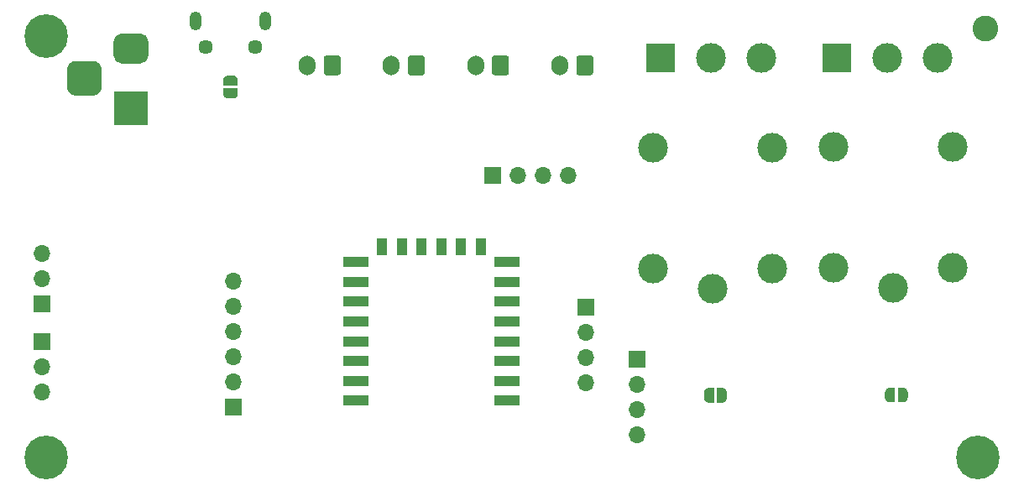
<source format=gbr>
G04 #@! TF.GenerationSoftware,KiCad,Pcbnew,5.1.9-73d0e3b20d~88~ubuntu18.04.1*
G04 #@! TF.CreationDate,2021-04-01T19:01:26+03:00*
G04 #@! TF.ProjectId,Electra,456c6563-7472-4612-9e6b-696361645f70,1*
G04 #@! TF.SameCoordinates,Original*
G04 #@! TF.FileFunction,Soldermask,Bot*
G04 #@! TF.FilePolarity,Negative*
%FSLAX46Y46*%
G04 Gerber Fmt 4.6, Leading zero omitted, Abs format (unit mm)*
G04 Created by KiCad (PCBNEW 5.1.9-73d0e3b20d~88~ubuntu18.04.1) date 2021-04-01 19:01:26*
%MOMM*%
%LPD*%
G01*
G04 APERTURE LIST*
%ADD10C,2.600000*%
%ADD11O,1.700000X1.700000*%
%ADD12R,1.700000X1.700000*%
%ADD13C,4.400000*%
%ADD14C,0.700000*%
%ADD15C,3.000000*%
%ADD16R,3.000000X3.000000*%
%ADD17O,1.700000X2.000000*%
%ADD18C,0.100000*%
%ADD19R,2.500000X1.000000*%
%ADD20R,1.000000X1.800000*%
%ADD21C,1.450000*%
%ADD22O,1.200000X1.900000*%
%ADD23R,3.500000X3.500000*%
G04 APERTURE END LIST*
D10*
X195264600Y-72735200D03*
D11*
X154916700Y-108460300D03*
X154916700Y-105920300D03*
X154916700Y-103380300D03*
D12*
X154916700Y-100840300D03*
D13*
X100500000Y-73500000D03*
D14*
X102150000Y-73500000D03*
X101666726Y-74666726D03*
X100500000Y-75150000D03*
X99333274Y-74666726D03*
X98850000Y-73500000D03*
X99333274Y-72333274D03*
X100500000Y-71850000D03*
X101666726Y-72333274D03*
X101666726Y-114833274D03*
X100500000Y-114350000D03*
X99333274Y-114833274D03*
X98850000Y-116000000D03*
X99333274Y-117166726D03*
X100500000Y-117650000D03*
X101666726Y-117166726D03*
X102150000Y-116000000D03*
D13*
X100500000Y-116000000D03*
X194500000Y-116000000D03*
D14*
X196150000Y-116000000D03*
X195666726Y-117166726D03*
X194500000Y-117650000D03*
X193333274Y-117166726D03*
X192850000Y-116000000D03*
X193333274Y-114833274D03*
X194500000Y-114350000D03*
X195666726Y-114833274D03*
D15*
X172670000Y-75720000D03*
X167590000Y-75720000D03*
D16*
X162510000Y-75720000D03*
G36*
G01*
X155677800Y-75693600D02*
X155677800Y-77193600D01*
G75*
G02*
X155427800Y-77443600I-250000J0D01*
G01*
X154227800Y-77443600D01*
G75*
G02*
X153977800Y-77193600I0J250000D01*
G01*
X153977800Y-75693600D01*
G75*
G02*
X154227800Y-75443600I250000J0D01*
G01*
X155427800Y-75443600D01*
G75*
G02*
X155677800Y-75693600I0J-250000D01*
G01*
G37*
D17*
X152327800Y-76443600D03*
X143818800Y-76443600D03*
G36*
G01*
X147168800Y-75693600D02*
X147168800Y-77193600D01*
G75*
G02*
X146918800Y-77443600I-250000J0D01*
G01*
X145718800Y-77443600D01*
G75*
G02*
X145468800Y-77193600I0J250000D01*
G01*
X145468800Y-75693600D01*
G75*
G02*
X145718800Y-75443600I250000J0D01*
G01*
X146918800Y-75443600D01*
G75*
G02*
X147168800Y-75693600I0J-250000D01*
G01*
G37*
X135335200Y-76443600D03*
G36*
G01*
X138685200Y-75693600D02*
X138685200Y-77193600D01*
G75*
G02*
X138435200Y-77443600I-250000J0D01*
G01*
X137235200Y-77443600D01*
G75*
G02*
X136985200Y-77193600I0J250000D01*
G01*
X136985200Y-75693600D01*
G75*
G02*
X137235200Y-75443600I250000J0D01*
G01*
X138435200Y-75443600D01*
G75*
G02*
X138685200Y-75693600I0J-250000D01*
G01*
G37*
G36*
G01*
X130201600Y-75693600D02*
X130201600Y-77193600D01*
G75*
G02*
X129951600Y-77443600I-250000J0D01*
G01*
X128751600Y-77443600D01*
G75*
G02*
X128501600Y-77193600I0J250000D01*
G01*
X128501600Y-75693600D01*
G75*
G02*
X128751600Y-75443600I250000J0D01*
G01*
X129951600Y-75443600D01*
G75*
G02*
X130201600Y-75693600I0J-250000D01*
G01*
G37*
X126851600Y-76443600D03*
D12*
X145506000Y-87518000D03*
D11*
X148046000Y-87518000D03*
X150586000Y-87518000D03*
X153126000Y-87518000D03*
D16*
X180260000Y-75720000D03*
D15*
X185340000Y-75720000D03*
X190420000Y-75720000D03*
D18*
G36*
X167360400Y-110466998D02*
G01*
X167335866Y-110466998D01*
X167287035Y-110462188D01*
X167238910Y-110452616D01*
X167191955Y-110438372D01*
X167146622Y-110419595D01*
X167103349Y-110396464D01*
X167062550Y-110369204D01*
X167024621Y-110338076D01*
X166989924Y-110303379D01*
X166958796Y-110265450D01*
X166931536Y-110224651D01*
X166908405Y-110181378D01*
X166889628Y-110136045D01*
X166875384Y-110089090D01*
X166865812Y-110040965D01*
X166861002Y-109992134D01*
X166861002Y-109967600D01*
X166860400Y-109967600D01*
X166860400Y-109467600D01*
X166861002Y-109467600D01*
X166861002Y-109443066D01*
X166865812Y-109394235D01*
X166875384Y-109346110D01*
X166889628Y-109299155D01*
X166908405Y-109253822D01*
X166931536Y-109210549D01*
X166958796Y-109169750D01*
X166989924Y-109131821D01*
X167024621Y-109097124D01*
X167062550Y-109065996D01*
X167103349Y-109038736D01*
X167146622Y-109015605D01*
X167191955Y-108996828D01*
X167238910Y-108982584D01*
X167287035Y-108973012D01*
X167335866Y-108968202D01*
X167360400Y-108968202D01*
X167360400Y-108967600D01*
X167860400Y-108967600D01*
X167860400Y-110467600D01*
X167360400Y-110467600D01*
X167360400Y-110466998D01*
G37*
G36*
X168160400Y-108967600D02*
G01*
X168660400Y-108967600D01*
X168660400Y-108968202D01*
X168684934Y-108968202D01*
X168733765Y-108973012D01*
X168781890Y-108982584D01*
X168828845Y-108996828D01*
X168874178Y-109015605D01*
X168917451Y-109038736D01*
X168958250Y-109065996D01*
X168996179Y-109097124D01*
X169030876Y-109131821D01*
X169062004Y-109169750D01*
X169089264Y-109210549D01*
X169112395Y-109253822D01*
X169131172Y-109299155D01*
X169145416Y-109346110D01*
X169154988Y-109394235D01*
X169159798Y-109443066D01*
X169159798Y-109467600D01*
X169160400Y-109467600D01*
X169160400Y-109967600D01*
X169159798Y-109967600D01*
X169159798Y-109992134D01*
X169154988Y-110040965D01*
X169145416Y-110089090D01*
X169131172Y-110136045D01*
X169112395Y-110181378D01*
X169089264Y-110224651D01*
X169062004Y-110265450D01*
X169030876Y-110303379D01*
X168996179Y-110338076D01*
X168958250Y-110369204D01*
X168917451Y-110396464D01*
X168874178Y-110419595D01*
X168828845Y-110438372D01*
X168781890Y-110452616D01*
X168733765Y-110462188D01*
X168684934Y-110466998D01*
X168660400Y-110466998D01*
X168660400Y-110467600D01*
X168160400Y-110467600D01*
X168160400Y-108967600D01*
G37*
G36*
X185610300Y-110441598D02*
G01*
X185585766Y-110441598D01*
X185536935Y-110436788D01*
X185488810Y-110427216D01*
X185441855Y-110412972D01*
X185396522Y-110394195D01*
X185353249Y-110371064D01*
X185312450Y-110343804D01*
X185274521Y-110312676D01*
X185239824Y-110277979D01*
X185208696Y-110240050D01*
X185181436Y-110199251D01*
X185158305Y-110155978D01*
X185139528Y-110110645D01*
X185125284Y-110063690D01*
X185115712Y-110015565D01*
X185110902Y-109966734D01*
X185110902Y-109942200D01*
X185110300Y-109942200D01*
X185110300Y-109442200D01*
X185110902Y-109442200D01*
X185110902Y-109417666D01*
X185115712Y-109368835D01*
X185125284Y-109320710D01*
X185139528Y-109273755D01*
X185158305Y-109228422D01*
X185181436Y-109185149D01*
X185208696Y-109144350D01*
X185239824Y-109106421D01*
X185274521Y-109071724D01*
X185312450Y-109040596D01*
X185353249Y-109013336D01*
X185396522Y-108990205D01*
X185441855Y-108971428D01*
X185488810Y-108957184D01*
X185536935Y-108947612D01*
X185585766Y-108942802D01*
X185610300Y-108942802D01*
X185610300Y-108942200D01*
X186110300Y-108942200D01*
X186110300Y-110442200D01*
X185610300Y-110442200D01*
X185610300Y-110441598D01*
G37*
G36*
X186410300Y-108942200D02*
G01*
X186910300Y-108942200D01*
X186910300Y-108942802D01*
X186934834Y-108942802D01*
X186983665Y-108947612D01*
X187031790Y-108957184D01*
X187078745Y-108971428D01*
X187124078Y-108990205D01*
X187167351Y-109013336D01*
X187208150Y-109040596D01*
X187246079Y-109071724D01*
X187280776Y-109106421D01*
X187311904Y-109144350D01*
X187339164Y-109185149D01*
X187362295Y-109228422D01*
X187381072Y-109273755D01*
X187395316Y-109320710D01*
X187404888Y-109368835D01*
X187409698Y-109417666D01*
X187409698Y-109442200D01*
X187410300Y-109442200D01*
X187410300Y-109942200D01*
X187409698Y-109942200D01*
X187409698Y-109966734D01*
X187404888Y-110015565D01*
X187395316Y-110063690D01*
X187381072Y-110110645D01*
X187362295Y-110155978D01*
X187339164Y-110199251D01*
X187311904Y-110240050D01*
X187280776Y-110277979D01*
X187246079Y-110312676D01*
X187208150Y-110343804D01*
X187167351Y-110371064D01*
X187124078Y-110394195D01*
X187078745Y-110412972D01*
X187031790Y-110427216D01*
X186983665Y-110436788D01*
X186934834Y-110441598D01*
X186910300Y-110441598D01*
X186910300Y-110442200D01*
X186410300Y-110442200D01*
X186410300Y-108942200D01*
G37*
D15*
X173730000Y-96960000D03*
X173730000Y-84760000D03*
X161730000Y-84760000D03*
X161730000Y-96960000D03*
X167730000Y-98960000D03*
X185900000Y-98870000D03*
X179900000Y-96870000D03*
X179900000Y-84670000D03*
X191900000Y-84670000D03*
X191900000Y-96870000D03*
D19*
X131759200Y-110271200D03*
X131759200Y-108271200D03*
X131759200Y-106271200D03*
X131759200Y-104271200D03*
X131759200Y-102271200D03*
X131759200Y-100271200D03*
X131759200Y-98271200D03*
X131759200Y-96271200D03*
D20*
X134359200Y-94771200D03*
X136359200Y-94771200D03*
X138359200Y-94771200D03*
X140359200Y-94771200D03*
X142359200Y-94771200D03*
X144359200Y-94771200D03*
D19*
X146959200Y-96271200D03*
X146959200Y-98271200D03*
X146959200Y-100271200D03*
X146959200Y-102271200D03*
X146959200Y-104271200D03*
X146959200Y-106271200D03*
X146959200Y-108271200D03*
X146959200Y-110271200D03*
D12*
X100040000Y-100472000D03*
D11*
X100040000Y-97932000D03*
X100040000Y-95392000D03*
D12*
X119369400Y-110911400D03*
D11*
X119369400Y-108371400D03*
X119369400Y-105831400D03*
X119369400Y-103291400D03*
X119369400Y-100751400D03*
X119369400Y-98211400D03*
X100040000Y-109362000D03*
X100040000Y-106822000D03*
D12*
X100040000Y-104282000D03*
X160136400Y-106110800D03*
D11*
X160136400Y-108650800D03*
X160136400Y-111190800D03*
X160136400Y-113730800D03*
D21*
X121560000Y-74630000D03*
X116560000Y-74630000D03*
D22*
X122560000Y-71930000D03*
X115560000Y-71930000D03*
D23*
X109050000Y-80750000D03*
G36*
G01*
X108050000Y-73250000D02*
X110050000Y-73250000D01*
G75*
G02*
X110800000Y-74000000I0J-750000D01*
G01*
X110800000Y-75500000D01*
G75*
G02*
X110050000Y-76250000I-750000J0D01*
G01*
X108050000Y-76250000D01*
G75*
G02*
X107300000Y-75500000I0J750000D01*
G01*
X107300000Y-74000000D01*
G75*
G02*
X108050000Y-73250000I750000J0D01*
G01*
G37*
G36*
G01*
X103475000Y-76000000D02*
X105225000Y-76000000D01*
G75*
G02*
X106100000Y-76875000I0J-875000D01*
G01*
X106100000Y-78625000D01*
G75*
G02*
X105225000Y-79500000I-875000J0D01*
G01*
X103475000Y-79500000D01*
G75*
G02*
X102600000Y-78625000I0J875000D01*
G01*
X102600000Y-76875000D01*
G75*
G02*
X103475000Y-76000000I875000J0D01*
G01*
G37*
D18*
G36*
X119839398Y-79278000D02*
G01*
X119839398Y-79302534D01*
X119834588Y-79351365D01*
X119825016Y-79399490D01*
X119810772Y-79446445D01*
X119791995Y-79491778D01*
X119768864Y-79535051D01*
X119741604Y-79575850D01*
X119710476Y-79613779D01*
X119675779Y-79648476D01*
X119637850Y-79679604D01*
X119597051Y-79706864D01*
X119553778Y-79729995D01*
X119508445Y-79748772D01*
X119461490Y-79763016D01*
X119413365Y-79772588D01*
X119364534Y-79777398D01*
X119340000Y-79777398D01*
X119340000Y-79778000D01*
X118840000Y-79778000D01*
X118840000Y-79777398D01*
X118815466Y-79777398D01*
X118766635Y-79772588D01*
X118718510Y-79763016D01*
X118671555Y-79748772D01*
X118626222Y-79729995D01*
X118582949Y-79706864D01*
X118542150Y-79679604D01*
X118504221Y-79648476D01*
X118469524Y-79613779D01*
X118438396Y-79575850D01*
X118411136Y-79535051D01*
X118388005Y-79491778D01*
X118369228Y-79446445D01*
X118354984Y-79399490D01*
X118345412Y-79351365D01*
X118340602Y-79302534D01*
X118340602Y-79278000D01*
X118340000Y-79278000D01*
X118340000Y-78778000D01*
X119840000Y-78778000D01*
X119840000Y-79278000D01*
X119839398Y-79278000D01*
G37*
G36*
X118340000Y-78478000D02*
G01*
X118340000Y-77978000D01*
X118340602Y-77978000D01*
X118340602Y-77953466D01*
X118345412Y-77904635D01*
X118354984Y-77856510D01*
X118369228Y-77809555D01*
X118388005Y-77764222D01*
X118411136Y-77720949D01*
X118438396Y-77680150D01*
X118469524Y-77642221D01*
X118504221Y-77607524D01*
X118542150Y-77576396D01*
X118582949Y-77549136D01*
X118626222Y-77526005D01*
X118671555Y-77507228D01*
X118718510Y-77492984D01*
X118766635Y-77483412D01*
X118815466Y-77478602D01*
X118840000Y-77478602D01*
X118840000Y-77478000D01*
X119340000Y-77478000D01*
X119340000Y-77478602D01*
X119364534Y-77478602D01*
X119413365Y-77483412D01*
X119461490Y-77492984D01*
X119508445Y-77507228D01*
X119553778Y-77526005D01*
X119597051Y-77549136D01*
X119637850Y-77576396D01*
X119675779Y-77607524D01*
X119710476Y-77642221D01*
X119741604Y-77680150D01*
X119768864Y-77720949D01*
X119791995Y-77764222D01*
X119810772Y-77809555D01*
X119825016Y-77856510D01*
X119834588Y-77904635D01*
X119839398Y-77953466D01*
X119839398Y-77978000D01*
X119840000Y-77978000D01*
X119840000Y-78478000D01*
X118340000Y-78478000D01*
G37*
M02*

</source>
